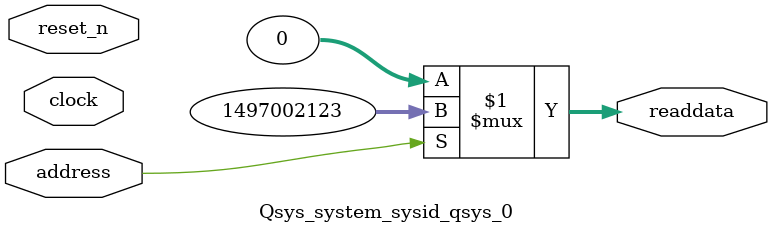
<source format=v>



// synthesis translate_off
`timescale 1ns / 1ps
// synthesis translate_on

// turn off superfluous verilog processor warnings 
// altera message_level Level1 
// altera message_off 10034 10035 10036 10037 10230 10240 10030 

module Qsys_system_sysid_qsys_0 (
               // inputs:
                address,
                clock,
                reset_n,

               // outputs:
                readdata
             )
;

  output  [ 31: 0] readdata;
  input            address;
  input            clock;
  input            reset_n;

  wire    [ 31: 0] readdata;
  //control_slave, which is an e_avalon_slave
  assign readdata = address ? 1497002123 : 0;

endmodule



</source>
